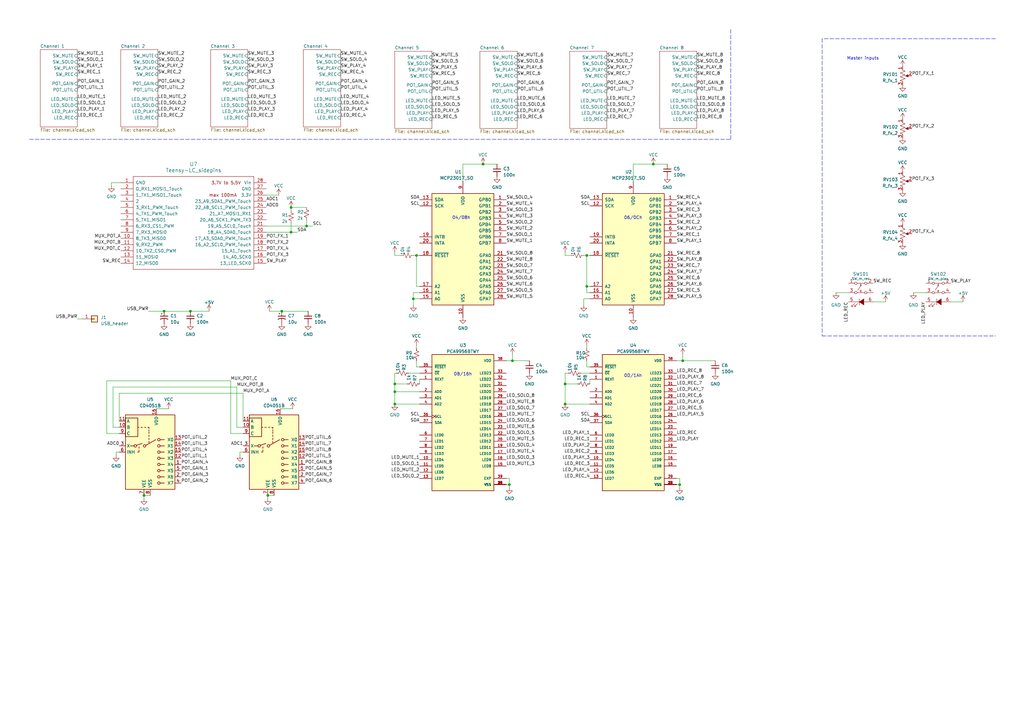
<source format=kicad_sch>
(kicad_sch (version 20210406) (generator eeschema)
  (paper "A3")
  (lib_symbols
    (symbol "Analog_Switch:CD4051B"
      (property "Reference" "U" (at -10.16 16.51 0))
      (property "Value" "CD4051B" (at 3.81 16.51 0))
      (symbol "CD4051B_1_1"
        (pin bidirectional line (at 12.7 -5.08 180) (length 2.54) (name "X4") (number "1"))
        (pin input line (at -12.7 10.16 0) (length 2.54) (name "B") (number "10"))
        (pin input line (at -12.7 12.7 0) (length 2.54) (name "A") (number "11"))
        (pin bidirectional line (at 12.7 -2.54 180) (length 2.54) (name "X3") (number "12"))
        (pin bidirectional line (at 12.7 5.08 180) (length 2.54) (name "X0") (number "13"))
        (pin bidirectional line (at 12.7 2.54 180) (length 2.54) (name "X1") (number "14"))
        (pin bidirectional line (at 12.7 0 180) (length 2.54) (name "X2") (number "15"))
        (pin power_in line (at 2.54 17.78 270) (length 2.54) (name "VDD") (number "16"))
        (pin bidirectional line (at 12.7 -10.16 180) (length 2.54) (name "X6") (number "2"))
        (pin bidirectional line (at -12.7 2.54 0) (length 2.54) (name "X") (number "3"))
        (pin bidirectional line (at 12.7 -12.7 180) (length 2.54) (name "X7") (number "4"))
        (pin bidirectional line (at 12.7 -7.62 180) (length 2.54) (name "X5") (number "5"))
        (pin input line (at -12.7 0 0) (length 2.54) (name "INH") (number "6"))
        (pin power_in line (at -2.54 -17.78 90) (length 2.54) (name "VEE") (number "7"))
        (pin power_in line (at 0 -17.78 90) (length 2.54) (name "VSS") (number "8"))
        (pin input line (at -12.7 7.62 0) (length 2.54) (name "C") (number "9"))
      )
    )
    (symbol "Connector_Generic:Conn_01x01" (pin_names (offset 1.016) hide)
      (property "Reference" "J" (at 0 2.54 0))
      (property "Value" "Conn_01x01" (at 0 -2.54 0))
      (symbol "Conn_01x01_1_1"
        (pin passive line (at -5.08 0 0) (length 3.81) (name "Pin_1") (number "1"))
      )
    )
    (symbol "Device:C_Polarized_Small_US" (pin_numbers hide) (pin_names (offset 0.254) hide)
      (property "Reference" "C" (at 0.254 1.778 0))
      (property "Value" "C_Polarized_Small_US" (at 0.254 -2.032 0))
      (symbol "C_Polarized_Small_US_1_1"
        (pin passive line (at 0 2.54 270) (length 2.032) (name "~") (number "1"))
        (pin passive line (at 0 -2.54 90) (length 2.032) (name "~") (number "2"))
      )
    )
    (symbol "Device:C_Small" (pin_numbers hide) (pin_names (offset 0.254) hide)
      (property "Reference" "C" (at 0.254 1.778 0))
      (property "Value" "C_Small" (at 0.254 -2.032 0))
      (symbol "C_Small_1_1"
        (pin passive line (at 0 2.54 270) (length 2.032) (name "~") (number "1"))
        (pin passive line (at 0 -2.54 90) (length 2.032) (name "~") (number "2"))
      )
    )
    (symbol "Device:R_Potentiometer_US" (pin_names (offset 1.016) hide)
      (property "Reference" "RV" (at -4.445 0 90))
      (property "Value" "R_Potentiometer_US" (at -2.54 0 90))
      (symbol "R_Potentiometer_US_1_1"
        (pin passive line (at 0 3.81 270) (length 1.27) (name "1") (number "1"))
        (pin passive line (at 3.81 0 180) (length 1.27) (name "2") (number "2"))
        (pin passive line (at 0 -3.81 90) (length 1.27) (name "3") (number "3"))
      )
    )
    (symbol "Device:R_Small_US" (pin_numbers hide) (pin_names (offset 0.254) hide)
      (property "Reference" "R" (at 0.762 0.508 0))
      (property "Value" "R_Small_US" (at 0.762 -1.016 0))
      (symbol "R_Small_US_1_1"
        (pin passive line (at 0 2.54 270) (length 1.016) (name "~") (number "1"))
        (pin passive line (at 0 -2.54 90) (length 1.016) (name "~") (number "2"))
      )
    )
    (symbol "Driver_LED:PCA9956BTWY" (pin_names (offset 1.016))
      (property "Reference" "U" (at -12.7 29.21 0))
      (property "Value" "PCA9956BTWY" (at -12.7 -30.48 0))
      (symbol "PCA9956BTWY_0_0"
        (pin input line (at -17.78 17.78 0) (length 5.08) (name "REXT") (number "1"))
        (pin output line (at -17.78 -15.24 0) (length 5.08) (name "LED4") (number "10"))
        (pin output line (at -17.78 -17.78 0) (length 5.08) (name "LED5") (number "11"))
        (pin output line (at -17.78 -20.32 0) (length 5.08) (name "LED6") (number "12"))
        (pin output line (at -17.78 -22.86 0) (length 5.08) (name "LED7") (number "13"))
        (pin power_in line (at 17.78 -25.4 180) (length 5.08) (name "VSS") (number "14"))
        (pin output line (at 17.78 -17.78 180) (length 5.08) (name "LED8") (number "15"))
        (pin output line (at 17.78 -15.24 180) (length 5.08) (name "LED9") (number "16"))
        (pin output line (at 17.78 -12.7 180) (length 5.08) (name "LED10") (number "17"))
        (pin power_in line (at 17.78 -25.4 180) (length 5.08) (name "VSS") (number "18"))
        (pin output line (at 17.78 -10.16 180) (length 5.08) (name "LED11") (number "19"))
        (pin input line (at -17.78 12.7 0) (length 5.08) (name "AD0") (number "2"))
        (pin output line (at 17.78 -7.62 180) (length 5.08) (name "LED12") (number "20"))
        (pin power_in line (at 17.78 -25.4 180) (length 5.08) (name "VSS") (number "21"))
        (pin output line (at 17.78 -5.08 180) (length 5.08) (name "LED13") (number "22"))
        (pin output line (at 17.78 -2.54 180) (length 5.08) (name "LED14") (number "23"))
        (pin output line (at 17.78 0 180) (length 5.08) (name "LED15") (number "24"))
        (pin power_in line (at 17.78 -25.4 180) (length 5.08) (name "VSS") (number "25"))
        (pin output line (at 17.78 2.54 180) (length 5.08) (name "LED16") (number "26"))
        (pin output line (at 17.78 5.08 180) (length 5.08) (name "LED17") (number "27"))
        (pin output line (at 17.78 7.62 180) (length 5.08) (name "LED18") (number "28"))
        (pin output line (at 17.78 10.16 180) (length 5.08) (name "LED19") (number "29"))
        (pin input line (at -17.78 10.16 0) (length 5.08) (name "AD1") (number "3"))
        (pin output line (at 17.78 12.7 180) (length 5.08) (name "LED20") (number "30"))
        (pin output line (at 17.78 15.24 180) (length 5.08) (name "LED21") (number "31"))
        (pin output line (at 17.78 17.78 180) (length 5.08) (name "LED22") (number "32"))
        (pin output line (at 17.78 20.32 180) (length 5.08) (name "LED23") (number "33"))
        (pin power_in line (at 17.78 -25.4 180) (length 5.08) (name "VSS") (number "34"))
        (pin input line (at -17.78 22.86 0) (length 5.08) (name "~RESET") (number "35"))
        (pin input clock (at -17.78 2.54 0) (length 5.08) (name "SCL") (number "36"))
        (pin bidirectional line (at -17.78 0 0) (length 5.08) (name "SDA") (number "37"))
        (pin power_in line (at 17.78 25.4 180) (length 5.08) (name "VDD") (number "38"))
        (pin power_in line (at 17.78 -22.86 180) (length 5.08) (name "EXP") (number "39"))
        (pin input line (at -17.78 7.62 0) (length 5.08) (name "AD2") (number "4"))
        (pin input line (at -17.78 20.32 0) (length 5.08) (name "~OE") (number "5"))
        (pin output line (at -17.78 -5.08 0) (length 5.08) (name "LED0") (number "6"))
        (pin output line (at -17.78 -7.62 0) (length 5.08) (name "LED1") (number "7"))
        (pin output line (at -17.78 -10.16 0) (length 5.08) (name "LED2") (number "8"))
        (pin output line (at -17.78 -12.7 0) (length 5.08) (name "LED3") (number "9"))
      )
    )
    (symbol "Interface_Expansion:MCP23017_SO" (pin_names (offset 1.016))
      (property "Reference" "U" (at -11.43 24.13 0))
      (property "Value" "MCP23017_SO" (at 0 0 0))
      (symbol "MCP23017_SO_1_1"
        (pin bidirectional line (at 17.78 20.32 180) (length 5.08) (name "GPB0") (number "1"))
        (pin power_in line (at 0 -27.94 90) (length 5.08) (name "VSS") (number "10"))
        (pin no_connect line (at -12.7 15.24 0) (length 5.08) hide (name "NC") (number "11"))
        (pin input line (at -17.78 17.78 0) (length 5.08) (name "SCK") (number "12"))
        (pin bidirectional line (at -17.78 20.32 0) (length 5.08) (name "SDA") (number "13"))
        (pin no_connect line (at -12.7 12.7 0) (length 5.08) hide (name "NC") (number "14"))
        (pin input line (at -17.78 -20.32 0) (length 5.08) (name "A0") (number "15"))
        (pin input line (at -17.78 -17.78 0) (length 5.08) (name "A1") (number "16"))
        (pin input line (at -17.78 -15.24 0) (length 5.08) (name "A2") (number "17"))
        (pin input line (at -17.78 -2.54 0) (length 5.08) (name "~RESET~") (number "18"))
        (pin tri_state line (at -17.78 5.08 0) (length 5.08) (name "INTB") (number "19"))
        (pin bidirectional line (at 17.78 17.78 180) (length 5.08) (name "GPB1") (number "2"))
        (pin tri_state line (at -17.78 2.54 0) (length 5.08) (name "INTA") (number "20"))
        (pin bidirectional line (at 17.78 -2.54 180) (length 5.08) (name "GPA0") (number "21"))
        (pin bidirectional line (at 17.78 -5.08 180) (length 5.08) (name "GPA1") (number "22"))
        (pin bidirectional line (at 17.78 -7.62 180) (length 5.08) (name "GPA2") (number "23"))
        (pin bidirectional line (at 17.78 -10.16 180) (length 5.08) (name "GPA3") (number "24"))
        (pin bidirectional line (at 17.78 -12.7 180) (length 5.08) (name "GPA4") (number "25"))
        (pin bidirectional line (at 17.78 -15.24 180) (length 5.08) (name "GPA5") (number "26"))
        (pin bidirectional line (at 17.78 -17.78 180) (length 5.08) (name "GPA6") (number "27"))
        (pin bidirectional line (at 17.78 -20.32 180) (length 5.08) (name "GPA7") (number "28"))
        (pin bidirectional line (at 17.78 15.24 180) (length 5.08) (name "GPB2") (number "3"))
        (pin bidirectional line (at 17.78 12.7 180) (length 5.08) (name "GPB3") (number "4"))
        (pin bidirectional line (at 17.78 10.16 180) (length 5.08) (name "GPB4") (number "5"))
        (pin bidirectional line (at 17.78 7.62 180) (length 5.08) (name "GPB5") (number "6"))
        (pin bidirectional line (at 17.78 5.08 180) (length 5.08) (name "GPB6") (number "7"))
        (pin bidirectional line (at 17.78 2.54 180) (length 5.08) (name "GPB7") (number "8"))
        (pin power_in line (at 0 27.94 270) (length 5.08) (name "VDD") (number "9"))
      )
    )
    (symbol "my_projects_new:SW_LED_6P" (pin_names (offset 1.016) hide)
      (property "Reference" "SW?" (at 0 8.128 0))
      (property "Value" "SW_LED_6P" (at 0 6.096 0))
      (symbol "SW_LED_6P_0_1"
        (pin passive line (at -5.08 3.81 0) (length 2.54) (name "1") (number "1"))
        (pin passive line (at 5.08 3.81 180) (length 2.54) (name "2") (number "2"))
        (pin passive line (at -5.08 0 0) (length 2.54) (name "3") (number "3"))
        (pin passive line (at 5.08 0 180) (length 2.54) (name "4") (number "4"))
        (pin passive line (at -5.08 -3.81 0) (length 2.54) (name "5") (number "5"))
        (pin passive line (at 5.08 -3.81 180) (length 2.54) (name "6") (number "6"))
      )
    )
    (symbol "my_projects_new:Teensy-LC_sidepins" (pin_names (offset 1.016))
      (property "Reference" "U" (at 0 29.21 0))
      (property "Value" "Teensy-LC_sidepins" (at 0 -12.7 0))
      (symbol "Teensy-LC_sidepins_0_0"
        (text "3.7V to 5.5V" (at 13.97 24.13 0) (effects (font (size 1.27 1.27))))
        (text "max 100mA" (at 12.7 19.05 0) (effects (font (size 1.27 1.27))))
      )
      (symbol "Teensy-LC_sidepins_1_1"
        (pin power_in line (at -29.21 24.13 0) (length 5.08) (name "GND") (number "1"))
        (pin bidirectional line (at -29.21 1.27 0) (length 5.08) (name "8_TX3_MISO0") (number "10"))
        (pin bidirectional line (at -29.21 -1.27 0) (length 5.08) (name "9_RX2_PWM") (number "11"))
        (pin bidirectional line (at -29.21 -3.81 0) (length 5.08) (name "10_TX2_CS0_PWM") (number "12"))
        (pin bidirectional line (at -29.21 -6.35 0) (length 5.08) (name "11_MOSI0") (number "13"))
        (pin bidirectional line (at -29.21 -8.89 0) (length 5.08) (name "12_MISO0") (number "14"))
        (pin bidirectional line (at 30.48 -8.89 180) (length 5.08) (name "13_LED_SCK0") (number "15"))
        (pin bidirectional line (at 30.48 -6.35 180) (length 5.08) (name "14_A0_SCK0") (number "16"))
        (pin bidirectional line (at 30.48 -3.81 180) (length 5.08) (name "15_A1_Touch") (number "17"))
        (pin bidirectional line (at 30.48 -1.27 180) (length 5.08) (name "16_A2_SCL0_PWM_Touch") (number "18"))
        (pin bidirectional line (at 30.48 1.27 180) (length 5.08) (name "17_A3_SDA0_PWM_Touch") (number "19"))
        (pin bidirectional line (at -29.21 21.59 0) (length 5.08) (name "0_RX1_MOSI1_Touch") (number "2"))
        (pin bidirectional line (at 30.48 3.81 180) (length 5.08) (name "18_A4_SDA0_Touch") (number "20"))
        (pin bidirectional line (at 30.48 6.35 180) (length 5.08) (name "19_A5_SCL0_Touch") (number "21"))
        (pin bidirectional line (at 30.48 8.89 180) (length 5.08) (name "20_A6_SCK1_PWM_TX3") (number "22"))
        (pin bidirectional line (at 30.48 11.43 180) (length 5.08) (name "21_A7_MOSI1_RX1") (number "23"))
        (pin bidirectional line (at 30.48 13.97 180) (length 5.08) (name "22_A8_SCL1_PWM_Touch") (number "24"))
        (pin bidirectional line (at 30.48 16.51 180) (length 5.08) (name "23_A9_SDA1_PWM_Touch") (number "25"))
        (pin power_out line (at 30.48 19.05 180) (length 5.08) (name "3.3V") (number "26"))
        (pin power_in line (at 30.48 21.59 180) (length 5.08) (name "GND") (number "27"))
        (pin power_in line (at 30.48 24.13 180) (length 5.08) (name "Vin") (number "28"))
        (pin bidirectional line (at -29.21 19.05 0) (length 5.08) (name "1_TX1_MISO1_Touch") (number "3"))
        (pin bidirectional line (at -29.21 16.51 0) (length 5.08) (name "2") (number "4"))
        (pin bidirectional line (at -29.21 13.97 0) (length 5.08) (name "3_RX1_PWM_Touch") (number "5"))
        (pin bidirectional line (at -29.21 11.43 0) (length 5.08) (name "4_TX1_PWM_Touch") (number "6"))
        (pin bidirectional line (at -29.21 8.89 0) (length 5.08) (name "5_TX1_MISO1") (number "7"))
        (pin bidirectional line (at -29.21 6.35 0) (length 5.08) (name "6_RX3_CS1_PWM") (number "8"))
        (pin bidirectional line (at -29.21 3.81 0) (length 5.08) (name "7_RX3_MOSI0") (number "9"))
      )
    )
    (symbol "power:+5V" (power) (pin_names (offset 0))
      (property "Value" "+5V" (at 0 3.556 0))
      (symbol "+5V_1_1"
        (pin power_in line (at 0 0 90) (length 0) hide (name "+5V") (number "1"))
      )
    )
    (symbol "power:GND" (power) (pin_names (offset 0))
      (property "Value" "GND" (at 0 -3.81 0))
      (symbol "GND_1_1"
        (pin power_in line (at 0 0 270) (length 0) hide (name "GND") (number "1"))
      )
    )
    (symbol "power:VCC" (power) (pin_names (offset 0))
      (property "Value" "VCC" (at 0 3.81 0))
      (symbol "VCC_1_1"
        (pin power_in line (at 0 0 90) (length 0) hide (name "VCC") (number "1"))
      )
    )
  )
  (junction (at 59.055 203.2) (diameter 0.9144))
  (junction (at 67.31 127.635) (diameter 0.9144))
  (junction (at 78.105 127.635) (diameter 0.9144))
  (junction (at 109.855 203.2) (diameter 0.9144))
  (junction (at 115.57 127.635) (diameter 0.9144))
  (junction (at 119.38 85.09) (diameter 0.9144))
  (junction (at 119.38 95.25) (diameter 0.9144))
  (junction (at 125.73 92.71) (diameter 0.9144))
  (junction (at 161.925 157.48) (diameter 0.9144))
  (junction (at 161.925 160.655) (diameter 0.9144))
  (junction (at 161.925 165.735) (diameter 0.9144))
  (junction (at 169.545 122.555) (diameter 0.9144))
  (junction (at 170.815 104.775) (diameter 0.9144))
  (junction (at 198.12 67.31) (diameter 0.9144))
  (junction (at 208.915 198.755) (diameter 0.9144))
  (junction (at 210.185 147.955) (diameter 0.9144))
  (junction (at 231.775 157.48) (diameter 0.9144))
  (junction (at 231.775 165.735) (diameter 0.9144))
  (junction (at 240.665 104.775) (diameter 0.9144))
  (junction (at 240.665 117.475) (diameter 0.9144))
  (junction (at 267.97 67.31) (diameter 0.9144))
  (junction (at 278.765 198.755) (diameter 0.9144))
  (junction (at 280.035 147.955) (diameter 0.9144))
  (wire (pts (xy 31.75 130.81) (xy 33.655 130.81)))
  (wire (pts (xy 43.815 156.21) (xy 43.815 177.8)))
  (wire (pts (xy 43.815 177.8) (xy 48.895 177.8)))
  (wire (pts (xy 45.72 74.93) (xy 45.72 76.2)))
  (wire (pts (xy 45.72 74.93) (xy 49.53 74.93)))
  (wire (pts (xy 46.355 158.75) (xy 97.155 158.75)))
  (wire (pts (xy 46.355 175.26) (xy 46.355 158.75)))
  (wire (pts (xy 47.625 185.42) (xy 47.625 186.69)))
  (wire (pts (xy 48.895 161.29) (xy 48.895 172.72)))
  (wire (pts (xy 48.895 175.26) (xy 46.355 175.26)))
  (wire (pts (xy 48.895 185.42) (xy 47.625 185.42)))
  (wire (pts (xy 59.055 203.2) (xy 59.055 204.47)))
  (wire (pts (xy 59.055 203.2) (xy 61.595 203.2)))
  (wire (pts (xy 60.96 127.635) (xy 67.31 127.635)))
  (wire (pts (xy 64.135 167.64) (xy 69.215 167.64)))
  (wire (pts (xy 67.31 127.635) (xy 78.105 127.635)))
  (wire (pts (xy 78.105 127.635) (xy 85.725 127.635)))
  (wire (pts (xy 94.615 156.21) (xy 43.815 156.21)))
  (wire (pts (xy 94.615 177.8) (xy 94.615 156.21)))
  (wire (pts (xy 97.155 158.75) (xy 97.155 175.26)))
  (wire (pts (xy 97.155 175.26) (xy 99.695 175.26)))
  (wire (pts (xy 98.425 185.42) (xy 98.425 186.69)))
  (wire (pts (xy 99.695 161.29) (xy 48.895 161.29)))
  (wire (pts (xy 99.695 172.72) (xy 99.695 161.29)))
  (wire (pts (xy 99.695 177.8) (xy 94.615 177.8)))
  (wire (pts (xy 99.695 185.42) (xy 98.425 185.42)))
  (wire (pts (xy 109.22 80.01) (xy 114.3 80.01)))
  (wire (pts (xy 109.22 92.71) (xy 125.73 92.71)))
  (wire (pts (xy 109.22 95.25) (xy 119.38 95.25)))
  (wire (pts (xy 109.855 203.2) (xy 109.855 204.47)))
  (wire (pts (xy 109.855 203.2) (xy 112.395 203.2)))
  (wire (pts (xy 110.49 127.635) (xy 115.57 127.635)))
  (wire (pts (xy 114.935 167.64) (xy 120.015 167.64)))
  (wire (pts (xy 115.57 127.635) (xy 126.365 127.635)))
  (wire (pts (xy 119.38 85.09) (xy 119.38 86.36)))
  (wire (pts (xy 119.38 85.09) (xy 125.73 85.09)))
  (wire (pts (xy 119.38 91.44) (xy 119.38 95.25)))
  (wire (pts (xy 119.38 95.25) (xy 121.92 95.25)))
  (wire (pts (xy 125.73 90.17) (xy 125.73 92.71)))
  (wire (pts (xy 125.73 92.71) (xy 128.27 92.71)))
  (wire (pts (xy 161.925 104.775) (xy 161.925 103.505)))
  (wire (pts (xy 161.925 153.035) (xy 161.925 157.48)))
  (wire (pts (xy 161.925 157.48) (xy 161.925 160.655)))
  (wire (pts (xy 161.925 157.48) (xy 167.005 157.48)))
  (wire (pts (xy 161.925 160.655) (xy 172.085 160.655)))
  (wire (pts (xy 161.925 165.735) (xy 161.925 160.655)))
  (wire (pts (xy 161.925 165.735) (xy 172.085 165.735)))
  (wire (pts (xy 162.56 153.035) (xy 161.925 153.035)))
  (wire (pts (xy 164.465 104.775) (xy 161.925 104.775)))
  (wire (pts (xy 167.64 153.035) (xy 172.085 153.035)))
  (wire (pts (xy 169.545 104.775) (xy 170.815 104.775)))
  (wire (pts (xy 169.545 120.015) (xy 169.545 122.555)))
  (wire (pts (xy 169.545 120.015) (xy 172.085 120.015)))
  (wire (pts (xy 169.545 122.555) (xy 169.545 125.095)))
  (wire (pts (xy 170.815 104.775) (xy 172.085 104.775)))
  (wire (pts (xy 170.815 117.475) (xy 170.815 104.775)))
  (wire (pts (xy 170.815 141.605) (xy 170.815 142.875)))
  (wire (pts (xy 170.815 150.495) (xy 170.815 147.955)))
  (wire (pts (xy 172.085 117.475) (xy 170.815 117.475)))
  (wire (pts (xy 172.085 122.555) (xy 169.545 122.555)))
  (wire (pts (xy 172.085 150.495) (xy 170.815 150.495)))
  (wire (pts (xy 172.085 155.575) (xy 172.085 157.48)))
  (wire (pts (xy 189.865 67.31) (xy 198.12 67.31)))
  (wire (pts (xy 189.865 74.295) (xy 189.865 67.31)))
  (wire (pts (xy 198.12 67.31) (xy 203.835 67.31)))
  (wire (pts (xy 207.645 196.215) (xy 208.915 196.215)))
  (wire (pts (xy 207.645 198.755) (xy 208.915 198.755)))
  (wire (pts (xy 208.915 196.215) (xy 208.915 198.755)))
  (wire (pts (xy 208.915 198.755) (xy 208.915 200.025)))
  (wire (pts (xy 210.185 145.415) (xy 210.185 147.955)))
  (wire (pts (xy 210.185 147.955) (xy 207.645 147.955)))
  (wire (pts (xy 210.185 147.955) (xy 217.17 147.955)))
  (wire (pts (xy 231.775 104.775) (xy 231.775 103.505)))
  (wire (pts (xy 231.775 104.775) (xy 234.315 104.775)))
  (wire (pts (xy 231.775 153.035) (xy 231.775 157.48)))
  (wire (pts (xy 231.775 157.48) (xy 231.775 165.735)))
  (wire (pts (xy 231.775 157.48) (xy 236.855 157.48)))
  (wire (pts (xy 231.775 165.735) (xy 241.935 165.735)))
  (wire (pts (xy 233.045 153.035) (xy 231.775 153.035)))
  (wire (pts (xy 238.125 153.035) (xy 241.935 153.035)))
  (wire (pts (xy 239.395 104.775) (xy 240.665 104.775)))
  (wire (pts (xy 239.395 122.555) (xy 239.395 125.095)))
  (wire (pts (xy 240.665 104.775) (xy 240.665 117.475)))
  (wire (pts (xy 240.665 104.775) (xy 241.935 104.775)))
  (wire (pts (xy 240.665 120.015) (xy 240.665 117.475)))
  (wire (pts (xy 240.665 141.605) (xy 240.665 142.875)))
  (wire (pts (xy 240.665 150.495) (xy 240.665 147.955)))
  (wire (pts (xy 241.935 117.475) (xy 240.665 117.475)))
  (wire (pts (xy 241.935 120.015) (xy 240.665 120.015)))
  (wire (pts (xy 241.935 122.555) (xy 239.395 122.555)))
  (wire (pts (xy 241.935 150.495) (xy 240.665 150.495)))
  (wire (pts (xy 241.935 155.575) (xy 241.935 157.48)))
  (wire (pts (xy 259.715 67.31) (xy 259.715 74.295)))
  (wire (pts (xy 267.97 67.31) (xy 259.715 67.31)))
  (wire (pts (xy 267.97 67.31) (xy 273.685 67.31)))
  (wire (pts (xy 277.495 196.215) (xy 278.765 196.215)))
  (wire (pts (xy 277.495 198.755) (xy 278.765 198.755)))
  (wire (pts (xy 278.765 196.215) (xy 278.765 198.755)))
  (wire (pts (xy 278.765 198.755) (xy 278.765 200.025)))
  (wire (pts (xy 280.035 145.415) (xy 280.035 147.955)))
  (wire (pts (xy 280.035 147.955) (xy 277.495 147.955)))
  (wire (pts (xy 280.035 147.955) (xy 293.37 147.955)))
  (wire (pts (xy 342.9 120.015) (xy 347.98 120.015)))
  (wire (pts (xy 358.14 123.825) (xy 363.22 123.825)))
  (wire (pts (xy 374.65 120.015) (xy 379.73 120.015)))
  (wire (pts (xy 389.89 123.825) (xy 394.97 123.825)))
  (polyline (pts (xy 12.065 57.15) (xy 299.72 57.15)) (stroke (width 0) (type dash)))
  (polyline (pts (xy 299.72 12.065) (xy 299.72 57.15)) (stroke (width 0) (type dash)))
  (polyline (pts (xy 337.185 15.875) (xy 337.185 137.795)) (stroke (width 0) (type dash)))
  (polyline (pts (xy 337.185 137.795) (xy 408.305 137.795)) (stroke (width 0) (type dash)))
  (polyline (pts (xy 408.305 15.875) (xy 337.185 15.875)) (stroke (width 0) (type dash)))
  (text "04/08h" (at 185.42 90.17 0) (effects (font (size 1.27 1.27)) (justify left bottom)))
  (text "0B/16h" (at 186.055 154.305 0) (effects (font (size 1.27 1.27)) (justify left bottom)))
  (text "06/0Ch" (at 255.905 90.17 0) (effects (font (size 1.27 1.27)) (justify left bottom)))
  (text "0D/1Ah" (at 255.905 154.94 0) (effects (font (size 1.27 1.27)) (justify left bottom)))
  (text "Master inputs" (at 347.345 24.765 0) (effects (font (size 1.27 1.27)) (justify left bottom)))
  (label "SW_MUTE_1" (at 31.75 22.86 0))
  (label "SW_SOLO_1" (at 31.75 25.4 0))
  (label "SW_PLAY_1" (at 31.75 27.94 0))
  (label "SW_REC_1" (at 31.75 30.48 0))
  (label "POT_GAIN_1" (at 31.75 34.29 0))
  (label "POT_UTIL_1" (at 31.75 36.83 0))
  (label "LED_MUTE_1" (at 31.75 40.64 0))
  (label "LED_SOLO_1" (at 31.75 43.18 0))
  (label "LED_PLAY_1" (at 31.75 45.72 0))
  (label "LED_REC_1" (at 31.75 48.26 0))
  (label "USB_PWR" (at 31.75 130.81 180))
  (label "ADC0" (at 48.895 182.88 180))
  (label "MUX_POT_A" (at 49.53 97.79 180))
  (label "MUX_POT_B" (at 49.53 100.33 180))
  (label "MUX_POT_C" (at 49.53 102.87 180))
  (label "SW_REC" (at 49.53 107.95 180))
  (label "USB_PWR" (at 60.96 127.635 180))
  (label "SW_MUTE_2" (at 64.77 22.86 0))
  (label "SW_SOLO_2" (at 64.77 25.4 0))
  (label "SW_PLAY_2" (at 64.77 27.94 0))
  (label "SW_REC_2" (at 64.77 30.48 0))
  (label "POT_GAIN_2" (at 64.77 34.29 0))
  (label "POT_UTIL_2" (at 64.77 36.83 0))
  (label "LED_MUTE_2" (at 64.77 40.64 0))
  (label "LED_SOLO_2" (at 64.77 43.18 0))
  (label "LED_PLAY_2" (at 64.77 45.72 0))
  (label "LED_REC_2" (at 64.77 48.26 0))
  (label "POT_UTIL_2" (at 74.295 180.34 0))
  (label "POT_UTIL_3" (at 74.295 182.88 0))
  (label "POT_UTIL_4" (at 74.295 185.42 0))
  (label "POT_UTIL_1" (at 74.295 187.96 0))
  (label "POT_GAIN_4" (at 74.295 190.5 0))
  (label "POT_GAIN_1" (at 74.295 193.04 0))
  (label "POT_GAIN_3" (at 74.295 195.58 0))
  (label "POT_GAIN_2" (at 74.295 198.12 0))
  (label "MUX_POT_C" (at 94.615 156.21 0))
  (label "MUX_POT_B" (at 97.155 158.75 0))
  (label "MUX_POT_A" (at 99.695 161.29 0))
  (label "ADC1" (at 99.695 182.88 180))
  (label "SW_MUTE_3" (at 101.6 22.86 0))
  (label "SW_SOLO_3" (at 101.6 25.4 0))
  (label "SW_PLAY_3" (at 101.6 27.94 0))
  (label "SW_REC_3" (at 101.6 30.48 0))
  (label "POT_GAIN_3" (at 101.6 34.29 0))
  (label "POT_UTIL_3" (at 101.6 36.83 0))
  (label "LED_MUTE_3" (at 101.6 40.64 0))
  (label "LED_SOLO_3" (at 101.6 43.18 0))
  (label "LED_PLAY_3" (at 101.6 45.72 0))
  (label "LED_REC_3" (at 101.6 48.26 0))
  (label "ADC1" (at 109.22 82.55 0))
  (label "ADC0" (at 109.22 85.09 0))
  (label "POT_FX_1" (at 109.22 97.79 0))
  (label "POT_FX_2" (at 109.22 100.33 0))
  (label "POT_FX_4" (at 109.22 102.87 0))
  (label "POT_FX_3" (at 109.22 105.41 0))
  (label "SW_PLAY" (at 109.22 107.95 0))
  (label "SDA" (at 121.92 95.25 0))
  (label "POT_UTIL_6" (at 125.095 180.34 0))
  (label "POT_UTIL_7" (at 125.095 182.88 0))
  (label "POT_UTIL_8" (at 125.095 185.42 0))
  (label "POT_UTIL_5" (at 125.095 187.96 0))
  (label "POT_GAIN_8" (at 125.095 190.5 0))
  (label "POT_GAIN_5" (at 125.095 193.04 0))
  (label "POT_GAIN_7" (at 125.095 195.58 0))
  (label "POT_GAIN_6" (at 125.095 198.12 0))
  (label "SCL" (at 128.27 92.71 0))
  (label "SW_MUTE_4" (at 139.7 22.86 0))
  (label "SW_SOLO_4" (at 139.7 25.4 0))
  (label "SW_PLAY_4" (at 139.7 27.94 0))
  (label "SW_REC_4" (at 139.7 30.48 0))
  (label "POT_GAIN_4" (at 139.7 34.29 0))
  (label "POT_UTIL_4" (at 139.7 36.83 0))
  (label "LED_MUTE_4" (at 139.7 40.64 0))
  (label "LED_SOLO_4" (at 139.7 43.18 0))
  (label "LED_PLAY_4" (at 139.7 45.72 0))
  (label "LED_REC_4" (at 139.7 48.26 0))
  (label "SDA" (at 172.085 81.915 180))
  (label "SCL" (at 172.085 84.455 180))
  (label "SCL" (at 172.085 170.815 180))
  (label "SDA" (at 172.085 173.355 180))
  (label "LED_MUTE_1" (at 172.085 188.595 180))
  (label "LED_SOLO_1" (at 172.085 191.135 180))
  (label "LED_MUTE_2" (at 172.085 193.675 180))
  (label "LED_SOLO_2" (at 172.085 196.215 180))
  (label "SW_MUTE_5" (at 177.165 23.495 0))
  (label "SW_SOLO_5" (at 177.165 26.035 0))
  (label "SW_PLAY_5" (at 177.165 28.575 0))
  (label "SW_REC_5" (at 177.165 31.115 0))
  (label "POT_GAIN_5" (at 177.165 34.925 0))
  (label "POT_UTIL_5" (at 177.165 37.465 0))
  (label "LED_MUTE_5" (at 177.165 41.275 0))
  (label "LED_SOLO_5" (at 177.165 43.815 0))
  (label "LED_PLAY_5" (at 177.165 46.355 0))
  (label "LED_REC_5" (at 177.165 48.895 0))
  (label "SW_SOLO_4" (at 207.645 81.915 0))
  (label "SW_MUTE_4" (at 207.645 84.455 0))
  (label "SW_SOLO_3" (at 207.645 86.995 0))
  (label "SW_MUTE_3" (at 207.645 89.535 0))
  (label "SW_SOLO_2" (at 207.645 92.075 0))
  (label "SW_MUTE_2" (at 207.645 94.615 0))
  (label "SW_SOLO_1" (at 207.645 97.155 0))
  (label "SW_MUTE_1" (at 207.645 99.695 0))
  (label "SW_SOLO_8" (at 207.645 104.775 0))
  (label "SW_MUTE_8" (at 207.645 107.315 0))
  (label "SW_SOLO_7" (at 207.645 109.855 0))
  (label "SW_MUTE_7" (at 207.645 112.395 0))
  (label "SW_SOLO_6" (at 207.645 114.935 0))
  (label "SW_MUTE_6" (at 207.645 117.475 0))
  (label "SW_SOLO_5" (at 207.645 120.015 0))
  (label "SW_MUTE_5" (at 207.645 122.555 0))
  (label "LED_SOLO_8" (at 207.645 163.195 0))
  (label "LED_MUTE_8" (at 207.645 165.735 0))
  (label "LED_SOLO_7" (at 207.645 168.275 0))
  (label "LED_MUTE_7" (at 207.645 170.815 0))
  (label "LED_SOLO_6" (at 207.645 173.355 0))
  (label "LED_MUTE_6" (at 207.645 175.895 0))
  (label "LED_SOLO_5" (at 207.645 178.435 0))
  (label "LED_MUTE_5" (at 207.645 180.975 0))
  (label "LED_SOLO_4" (at 207.645 183.515 0))
  (label "LED_MUTE_4" (at 207.645 186.055 0))
  (label "LED_SOLO_3" (at 207.645 188.595 0))
  (label "LED_MUTE_3" (at 207.645 191.135 0))
  (label "SW_MUTE_6" (at 212.09 23.495 0))
  (label "SW_SOLO_6" (at 212.09 26.035 0))
  (label "SW_PLAY_6" (at 212.09 28.575 0))
  (label "SW_REC_6" (at 212.09 31.115 0))
  (label "POT_GAIN_6" (at 212.09 34.925 0))
  (label "POT_UTIL_6" (at 212.09 37.465 0))
  (label "LED_MUTE_6" (at 212.09 41.275 0))
  (label "LED_SOLO_6" (at 212.09 43.815 0))
  (label "LED_PLAY_6" (at 212.09 46.355 0))
  (label "LED_REC_6" (at 212.09 48.895 0))
  (label "SDA" (at 241.935 81.915 180))
  (label "SCL" (at 241.935 84.455 180))
  (label "SCL" (at 241.935 170.815 180))
  (label "SDA" (at 241.935 173.355 180))
  (label "LED_PLAY_1" (at 241.935 178.435 180))
  (label "LED_REC_1" (at 241.935 180.975 180))
  (label "LED_PLAY_2" (at 241.935 183.515 180))
  (label "LED_REC_2" (at 241.935 186.055 180))
  (label "LED_PLAY_3" (at 241.935 188.595 180))
  (label "LED_REC_3" (at 241.935 191.135 180))
  (label "LED_PLAY_4" (at 241.935 193.675 180))
  (label "LED_REC_4" (at 241.935 196.215 180))
  (label "SW_MUTE_7" (at 248.92 23.495 0))
  (label "SW_SOLO_7" (at 248.92 26.035 0))
  (label "SW_PLAY_7" (at 248.92 28.575 0))
  (label "SW_REC_7" (at 248.92 31.115 0))
  (label "POT_GAIN_7" (at 248.92 34.925 0))
  (label "POT_UTIL_7" (at 248.92 37.465 0))
  (label "LED_MUTE_7" (at 248.92 41.275 0))
  (label "LED_SOLO_7" (at 248.92 43.815 0))
  (label "LED_PLAY_7" (at 248.92 46.355 0))
  (label "LED_REC_7" (at 248.92 48.895 0))
  (label "SW_REC_4" (at 277.495 81.915 0))
  (label "SW_PLAY_4" (at 277.495 84.455 0))
  (label "SW_REC_3" (at 277.495 86.995 0))
  (label "SW_PLAY_3" (at 277.495 89.535 0))
  (label "SW_REC_2" (at 277.495 92.075 0))
  (label "SW_PLAY_2" (at 277.495 94.615 0))
  (label "SW_REC_1" (at 277.495 97.155 0))
  (label "SW_PLAY_1" (at 277.495 99.695 0))
  (label "SW_REC_8" (at 277.495 104.775 0))
  (label "SW_PLAY_8" (at 277.495 107.315 0))
  (label "SW_REC_7" (at 277.495 109.855 0))
  (label "SW_PLAY_7" (at 277.495 112.395 0))
  (label "SW_REC_6" (at 277.495 114.935 0))
  (label "SW_PLAY_6" (at 277.495 117.475 0))
  (label "SW_REC_5" (at 277.495 120.015 0))
  (label "SW_PLAY_5" (at 277.495 122.555 0))
  (label "LED_REC_8" (at 277.495 153.035 0))
  (label "LED_PLAY_8" (at 277.495 155.575 0))
  (label "LED_REC_7" (at 277.495 158.115 0))
  (label "LED_PLAY_7" (at 277.495 160.655 0))
  (label "LED_REC_6" (at 277.495 163.195 0))
  (label "LED_PLAY_6" (at 277.495 165.735 0))
  (label "LED_REC_5" (at 277.495 168.275 0))
  (label "LED_PLAY_5" (at 277.495 170.815 0))
  (label "LED_REC" (at 277.495 178.435 0))
  (label "LED_PLAY" (at 277.495 180.975 0))
  (label "SW_MUTE_8" (at 285.75 23.495 0))
  (label "SW_SOLO_8" (at 285.75 26.035 0))
  (label "SW_PLAY_8" (at 285.75 28.575 0))
  (label "SW_REC_8" (at 285.75 31.115 0))
  (label "POT_GAIN_8" (at 285.75 34.925 0))
  (label "POT_UTIL_8" (at 285.75 37.465 0))
  (label "LED_MUTE_8" (at 285.75 41.275 0))
  (label "LED_SOLO_8" (at 285.75 43.815 0))
  (label "LED_PLAY_8" (at 285.75 46.355 0))
  (label "LED_REC_8" (at 285.75 48.895 0))
  (label "LED_REC" (at 347.98 123.825 270))
  (label "SW_REC" (at 358.14 116.205 0))
  (label "POT_FX_1" (at 374.015 31.115 0))
  (label "POT_FX_2" (at 374.015 52.705 0))
  (label "POT_FX_3" (at 374.015 74.295 0))
  (label "POT_FX_4" (at 374.015 95.885 0))
  (label "LED_PLAY" (at 379.73 123.825 270))
  (label "SW_PLAY" (at 389.89 116.205 0))
  (symbol (lib_id "power:VCC") (at 69.215 167.64 0) (unit 1)
    (property "Reference" "#PWR0109" (effects hide))
    (property "Value" "VCC" (at 69.215 163.83 0))
  )
  (symbol (lib_id "power:+5V") (at 85.725 127.635 0) (unit 1)
    (property "Reference" "#PWR0110" (effects hide))
    (property "Value" "+5V" (at 85.725 124.079 0))
  )
  (symbol (lib_id "power:VCC") (at 110.49 127.635 0) (unit 1)
    (property "Reference" "#PWR0231" (effects hide))
    (property "Value" "VCC" (at 110.49 123.825 0))
  )
  (symbol (lib_id "power:VCC") (at 114.3 80.01 0) (unit 1)
    (property "Reference" "#PWR0107" (effects hide))
    (property "Value" "VCC" (at 114.3 76.2 0))
  )
  (symbol (lib_id "power:VCC") (at 119.38 85.09 0) (unit 1)
    (property "Reference" "#PWR0106" (effects hide))
    (property "Value" "VCC" (at 119.38 81.28 0))
  )
  (symbol (lib_id "power:VCC") (at 120.015 167.64 0) (unit 1)
    (property "Reference" "#PWR0116" (effects hide))
    (property "Value" "VCC" (at 120.015 163.83 0))
  )
  (symbol (lib_id "power:VCC") (at 161.925 103.505 0) (unit 1)
    (property "Reference" "#PWR0140" (effects hide))
    (property "Value" "VCC" (at 161.925 99.695 0))
  )
  (symbol (lib_id "power:VCC") (at 170.815 141.605 0) (unit 1)
    (property "Reference" "#PWR0133" (effects hide))
    (property "Value" "VCC" (at 170.815 137.795 0))
  )
  (symbol (lib_id "power:VCC") (at 198.12 67.31 0) (unit 1)
    (property "Reference" "#PWR0104" (effects hide))
    (property "Value" "VCC" (at 198.12 63.5 0))
  )
  (symbol (lib_id "power:VCC") (at 210.185 145.415 0) (unit 1)
    (property "Reference" "#PWR0103" (effects hide))
    (property "Value" "VCC" (at 210.185 141.605 0))
  )
  (symbol (lib_id "power:VCC") (at 231.775 103.505 0) (unit 1)
    (property "Reference" "#PWR0134" (effects hide))
    (property "Value" "VCC" (at 231.775 99.695 0))
  )
  (symbol (lib_id "power:VCC") (at 240.665 141.605 0) (unit 1)
    (property "Reference" "#PWR0131" (effects hide))
    (property "Value" "VCC" (at 240.665 137.795 0))
  )
  (symbol (lib_id "power:VCC") (at 267.97 67.31 0) (unit 1)
    (property "Reference" "#PWR0120" (effects hide))
    (property "Value" "VCC" (at 267.97 63.5 0))
  )
  (symbol (lib_id "power:VCC") (at 280.035 145.415 0) (unit 1)
    (property "Reference" "#PWR0111" (effects hide))
    (property "Value" "VCC" (at 280.035 141.605 0))
  )
  (symbol (lib_id "power:+5V") (at 363.22 123.825 0) (unit 1)
    (property "Reference" "#PWR0146" (effects hide))
    (property "Value" "+5V" (at 363.22 120.269 0))
  )
  (symbol (lib_id "power:VCC") (at 370.205 27.305 0) (unit 1)
    (property "Reference" "#PWR0127" (effects hide))
    (property "Value" "VCC" (at 370.205 23.495 0))
  )
  (symbol (lib_id "power:VCC") (at 370.205 48.895 0) (unit 1)
    (property "Reference" "#PWR0122" (effects hide))
    (property "Value" "VCC" (at 370.205 45.085 0))
  )
  (symbol (lib_id "power:VCC") (at 370.205 70.485 0) (unit 1)
    (property "Reference" "#PWR0124" (effects hide))
    (property "Value" "VCC" (at 370.205 66.675 0))
  )
  (symbol (lib_id "power:VCC") (at 370.205 92.075 0) (unit 1)
    (property "Reference" "#PWR0113" (effects hide))
    (property "Value" "VCC" (at 370.205 88.265 0))
  )
  (symbol (lib_id "power:+5V") (at 394.97 123.825 0) (unit 1)
    (property "Reference" "#PWR0128" (effects hide))
    (property "Value" "+5V" (at 394.97 120.269 0))
  )
  (symbol (lib_id "power:GND") (at 45.72 76.2 0) (unit 1)
    (property "Reference" "#PWR0121" (effects hide))
    (property "Value" "GND" (at 45.72 80.645 0))
  )
  (symbol (lib_id "power:GND") (at 47.625 186.69 0) (unit 1)
    (property "Reference" "#PWR0114" (effects hide))
    (property "Value" "GND" (at 47.625 191.135 0))
  )
  (symbol (lib_id "power:GND") (at 59.055 204.47 0) (unit 1)
    (property "Reference" "#PWR0115" (effects hide))
    (property "Value" "GND" (at 59.055 208.915 0))
  )
  (symbol (lib_id "power:GND") (at 67.31 132.715 0) (unit 1)
    (property "Reference" "#PWR0176" (effects hide))
    (property "Value" "GND" (at 67.31 137.16 0))
  )
  (symbol (lib_id "power:GND") (at 78.105 132.715 0) (unit 1)
    (property "Reference" "#PWR0147" (effects hide))
    (property "Value" "GND" (at 78.105 137.16 0))
  )
  (symbol (lib_id "power:GND") (at 98.425 186.69 0) (unit 1)
    (property "Reference" "#PWR0118" (effects hide))
    (property "Value" "GND" (at 98.425 191.135 0))
  )
  (symbol (lib_id "power:GND") (at 109.855 204.47 0) (unit 1)
    (property "Reference" "#PWR0117" (effects hide))
    (property "Value" "GND" (at 109.855 208.915 0))
  )
  (symbol (lib_id "power:GND") (at 115.57 132.715 0) (unit 1)
    (property "Reference" "#PWR0229" (effects hide))
    (property "Value" "GND" (at 115.57 137.16 0))
  )
  (symbol (lib_id "power:GND") (at 126.365 132.715 0) (unit 1)
    (property "Reference" "#PWR0230" (effects hide))
    (property "Value" "GND" (at 126.365 137.16 0))
  )
  (symbol (lib_id "power:GND") (at 161.925 165.735 0) (unit 1)
    (property "Reference" "#PWR0101" (effects hide))
    (property "Value" "GND" (at 161.925 170.18 0))
  )
  (symbol (lib_id "power:GND") (at 169.545 125.095 0) (unit 1)
    (property "Reference" "#PWR0137" (effects hide))
    (property "Value" "GND" (at 169.545 129.54 0))
  )
  (symbol (lib_id "power:GND") (at 189.865 130.175 0) (unit 1)
    (property "Reference" "#PWR0105" (effects hide))
    (property "Value" "GND" (at 189.865 134.62 0))
  )
  (symbol (lib_id "power:GND") (at 203.835 72.39 0) (unit 1)
    (property "Reference" "#PWR0228" (effects hide))
    (property "Value" "GND" (at 203.835 76.835 0))
  )
  (symbol (lib_id "power:GND") (at 208.915 200.025 0) (unit 1)
    (property "Reference" "#PWR0108" (effects hide))
    (property "Value" "GND" (at 208.915 204.47 0))
  )
  (symbol (lib_id "power:GND") (at 217.17 153.035 0) (unit 1)
    (property "Reference" "#PWR0225" (effects hide))
    (property "Value" "GND" (at 217.17 157.48 0))
  )
  (symbol (lib_id "power:GND") (at 231.775 165.735 0) (unit 1)
    (property "Reference" "#PWR0132" (effects hide))
    (property "Value" "GND" (at 231.775 170.18 0))
  )
  (symbol (lib_id "power:GND") (at 239.395 125.095 0) (unit 1)
    (property "Reference" "#PWR0138" (effects hide))
    (property "Value" "GND" (at 239.395 129.54 0))
  )
  (symbol (lib_id "power:GND") (at 259.715 130.175 0) (unit 1)
    (property "Reference" "#PWR0119" (effects hide))
    (property "Value" "GND" (at 259.715 134.62 0))
  )
  (symbol (lib_id "power:GND") (at 273.685 72.39 0) (unit 1)
    (property "Reference" "#PWR0227" (effects hide))
    (property "Value" "GND" (at 273.685 76.835 0))
  )
  (symbol (lib_id "power:GND") (at 278.765 200.025 0) (unit 1)
    (property "Reference" "#PWR0102" (effects hide))
    (property "Value" "GND" (at 278.765 204.47 0))
  )
  (symbol (lib_id "power:GND") (at 293.37 153.035 0) (unit 1)
    (property "Reference" "#PWR0226" (effects hide))
    (property "Value" "GND" (at 293.37 157.48 0))
  )
  (symbol (lib_id "power:GND") (at 342.9 120.015 0) (unit 1)
    (property "Reference" "#PWR0130" (effects hide))
    (property "Value" "GND" (at 342.9 125.095 0))
  )
  (symbol (lib_id "power:GND") (at 370.205 34.925 0) (unit 1)
    (property "Reference" "#PWR0126" (effects hide))
    (property "Value" "GND" (at 370.205 39.37 0))
  )
  (symbol (lib_id "power:GND") (at 370.205 56.515 0) (unit 1)
    (property "Reference" "#PWR0123" (effects hide))
    (property "Value" "GND" (at 370.205 60.96 0))
  )
  (symbol (lib_id "power:GND") (at 370.205 78.105 0) (unit 1)
    (property "Reference" "#PWR0125" (effects hide))
    (property "Value" "GND" (at 370.205 82.55 0))
  )
  (symbol (lib_id "power:GND") (at 370.205 99.695 0) (unit 1)
    (property "Reference" "#PWR0112" (effects hide))
    (property "Value" "GND" (at 370.205 104.14 0))
  )
  (symbol (lib_id "power:GND") (at 374.65 120.015 0) (unit 1)
    (property "Reference" "#PWR0129" (effects hide))
    (property "Value" "GND" (at 374.65 125.095 0))
  )
  (symbol (lib_id "Device:R_Small_US") (at 119.38 88.9 0) (unit 1)
    (property "Reference" "R1" (at 115.57 88.2649 0) (effects (justify left)))
    (property "Value" "2k" (at 115.57 90.8049 0) (effects (justify left)))
    (property "Footprint" "Resistor_SMD:R_0603_1608Metric_Pad0.98x0.95mm_HandSolder" (effects hide))
  )
  (symbol (lib_id "Device:R_Small_US") (at 125.73 87.63 0) (unit 1)
    (property "Reference" "R2" (at 121.92 86.9949 0) (effects (justify left)))
    (property "Value" "2k" (at 121.92 89.5349 0) (effects (justify left)))
    (property "Footprint" "Resistor_SMD:R_0603_1608Metric_Pad0.98x0.95mm_HandSolder" (effects hide))
  )
  (symbol (lib_id "Device:R_Small_US") (at 165.1 153.035 270) (unit 1)
    (property "Reference" "R3" (at 165.7351 149.225 0) (effects (justify left)))
    (property "Value" "10k" (at 163.1951 148.59 0) (effects (justify left)))
    (property "Footprint" "Resistor_SMD:R_0603_1608Metric_Pad0.98x0.95mm_HandSolder" (effects hide))
  )
  (symbol (lib_id "Device:R_Small_US") (at 167.005 104.775 270) (unit 1)
    (property "Reference" "R4" (at 167.6401 100.965 0) (effects (justify left)))
    (property "Value" "10k" (at 165.1001 100.965 0) (effects (justify left)))
    (property "Footprint" "Resistor_SMD:R_0603_1608Metric_Pad0.98x0.95mm_HandSolder" (effects hide))
  )
  (symbol (lib_id "Device:R_Small_US") (at 169.545 157.48 270) (unit 1)
    (property "Reference" "R7" (at 170.1801 153.67 0) (effects (justify left)))
    (property "Value" "1k" (at 167.6401 153.67 0) (effects (justify left)))
    (property "Footprint" "Resistor_SMD:R_0603_1608Metric_Pad0.98x0.95mm_HandSolder" (effects hide))
  )
  (symbol (lib_id "Device:R_Small_US") (at 170.815 145.415 0) (unit 1)
    (property "Reference" "R9" (at 166.37 144.7799 0) (effects (justify left)))
    (property "Value" "10k" (at 166.37 146.6849 0) (effects (justify left)))
    (property "Footprint" "Resistor_SMD:R_0603_1608Metric_Pad0.98x0.95mm_HandSolder" (effects hide))
  )
  (symbol (lib_id "Device:R_Small_US") (at 235.585 153.035 270) (unit 1)
    (property "Reference" "R5" (at 236.2201 149.225 0) (effects (justify left)))
    (property "Value" "10k" (at 233.6801 148.59 0) (effects (justify left)))
    (property "Footprint" "Resistor_SMD:R_0603_1608Metric_Pad0.98x0.95mm_HandSolder" (effects hide))
  )
  (symbol (lib_id "Device:R_Small_US") (at 236.855 104.775 270) (unit 1)
    (property "Reference" "R6" (at 237.4901 100.965 0) (effects (justify left)))
    (property "Value" "10k" (at 234.9501 100.965 0) (effects (justify left)))
    (property "Footprint" "Resistor_SMD:R_0603_1608Metric_Pad0.98x0.95mm_HandSolder" (effects hide))
  )
  (symbol (lib_id "Device:R_Small_US") (at 239.395 157.48 270) (unit 1)
    (property "Reference" "R8" (at 240.0301 153.67 0) (effects (justify left)))
    (property "Value" "1k" (at 237.4901 153.67 0) (effects (justify left)))
    (property "Footprint" "Resistor_SMD:R_0603_1608Metric_Pad0.98x0.95mm_HandSolder" (effects hide))
  )
  (symbol (lib_id "Device:R_Small_US") (at 240.665 145.415 0) (unit 1)
    (property "Reference" "R10" (at 236.22 144.7799 0) (effects (justify left)))
    (property "Value" "10k" (at 236.22 146.6849 0) (effects (justify left)))
    (property "Footprint" "Resistor_SMD:R_0603_1608Metric_Pad0.98x0.95mm_HandSolder" (effects hide))
  )
  (symbol (lib_id "Connector_Generic:Conn_01x01") (at 38.735 130.81 0) (unit 1)
    (property "Reference" "J1" (at 41.275 130.1749 0) (effects (justify left)))
    (property "Value" "USB_header" (at 41.275 132.7149 0) (effects (justify left)))
    (property "Footprint" "Connector_PinHeader_2.54mm:PinHeader_1x01_P2.54mm_Vertical" (effects hide))
  )
  (symbol (lib_id "Device:C_Polarized_Small_US") (at 67.31 130.175 0) (unit 1)
    (property "Reference" "C1" (at 69.85 129.5399 0) (effects (justify left)))
    (property "Value" "10u" (at 69.85 132.0799 0) (effects (justify left)))
    (property "Footprint" "Capacitor_SMD:CP_Elec_4x4.5" (effects hide))
  )
  (symbol (lib_id "Device:C_Polarized_Small_US") (at 115.57 130.175 0) (unit 1)
    (property "Reference" "C7" (at 118.11 129.5399 0) (effects (justify left)))
    (property "Value" "10u" (at 118.11 132.0799 0) (effects (justify left)))
    (property "Footprint" "Capacitor_SMD:CP_Elec_4x4.5" (effects hide))
  )
  (symbol (lib_id "Device:C_Small") (at 78.105 130.175 0) (unit 1)
    (property "Reference" "C2" (at 80.645 129.5399 0) (effects (justify left)))
    (property "Value" "100n" (at 80.645 132.0799 0) (effects (justify left)))
    (property "Footprint" "Capacitor_SMD:C_0603_1608Metric_Pad1.08x0.95mm_HandSolder" (effects hide))
  )
  (symbol (lib_id "Device:C_Small") (at 126.365 130.175 0) (unit 1)
    (property "Reference" "C8" (at 128.905 129.5399 0) (effects (justify left)))
    (property "Value" "100n" (at 128.905 132.0799 0) (effects (justify left)))
    (property "Footprint" "Capacitor_SMD:C_0603_1608Metric_Pad1.08x0.95mm_HandSolder" (effects hide))
  )
  (symbol (lib_id "Device:C_Small") (at 203.835 69.85 0) (unit 1)
    (property "Reference" "C3" (at 206.375 69.2149 0) (effects (justify left)))
    (property "Value" "100n" (at 206.375 71.7549 0) (effects (justify left)))
    (property "Footprint" "Capacitor_SMD:C_0603_1608Metric_Pad1.08x0.95mm_HandSolder" (effects hide))
  )
  (symbol (lib_id "Device:C_Small") (at 217.17 150.495 0) (unit 1)
    (property "Reference" "C4" (at 219.71 149.8599 0) (effects (justify left)))
    (property "Value" "100n" (at 219.71 152.3999 0) (effects (justify left)))
    (property "Footprint" "Capacitor_SMD:C_0603_1608Metric_Pad1.08x0.95mm_HandSolder" (effects hide))
  )
  (symbol (lib_id "Device:C_Small") (at 273.685 69.85 0) (unit 1)
    (property "Reference" "C5" (at 276.225 69.2149 0) (effects (justify left)))
    (property "Value" "100n" (at 276.225 71.7549 0) (effects (justify left)))
    (property "Footprint" "Capacitor_SMD:C_0603_1608Metric_Pad1.08x0.95mm_HandSolder" (effects hide))
  )
  (symbol (lib_id "Device:C_Small") (at 293.37 150.495 0) (unit 1)
    (property "Reference" "C6" (at 295.91 149.8599 0) (effects (justify left)))
    (property "Value" "100n" (at 295.91 152.3999 0) (effects (justify left)))
    (property "Footprint" "Capacitor_SMD:C_0603_1608Metric_Pad1.08x0.95mm_HandSolder" (effects hide))
  )
  (symbol (lib_id "Device:R_Potentiometer_US") (at 370.205 31.115 0) (unit 1)
    (property "Reference" "RV101" (at 368.3 30.4799 0) (effects (justify right)))
    (property "Value" "R_fx_1" (at 368.3 33.0199 0) (effects (justify right)))
    (property "Footprint" "my_footprints:Potentiometer_TaydaRV9312_Alpha901F_AlpsRK09L" (effects hide))
  )
  (symbol (lib_id "Device:R_Potentiometer_US") (at 370.205 52.705 0) (unit 1)
    (property "Reference" "RV102" (at 368.3 52.0699 0) (effects (justify right)))
    (property "Value" "R_fx_2" (at 368.3 54.6099 0) (effects (justify right)))
    (property "Footprint" "my_footprints:Potentiometer_TaydaRV9312_Alpha901F_AlpsRK09L" (effects hide))
  )
  (symbol (lib_id "Device:R_Potentiometer_US") (at 370.205 74.295 0) (unit 1)
    (property "Reference" "RV103" (at 368.3 73.6599 0) (effects (justify right)))
    (property "Value" "R_fx_3" (at 368.3 76.1999 0) (effects (justify right)))
    (property "Footprint" "my_footprints:Potentiometer_TaydaRV9312_Alpha901F_AlpsRK09L" (effects hide))
  )
  (symbol (lib_id "Device:R_Potentiometer_US") (at 370.205 95.885 0) (unit 1)
    (property "Reference" "RV104" (at 368.3 95.2499 0) (effects (justify right)))
    (property "Value" "R_fx_4" (at 368.3 97.7899 0) (effects (justify right)))
    (property "Footprint" "my_footprints:Potentiometer_TaydaRV9312_Alpha901F_AlpsRK09L" (effects hide))
  )
  (symbol (lib_id "my_projects_new:SW_LED_6P") (at 353.06 120.015 0) (unit 1)
    (property "Reference" "SW101" (at 353.06 112.395 0))
    (property "Value" "SW_m_rec" (at 353.06 114.3 0) (effects (font (size 1 1))))
    (property "Footprint" "my_footprints:Switch_button_LED_SPST_TS5_9.2mm" (effects hide))
  )
  (symbol (lib_id "my_projects_new:SW_LED_6P") (at 384.81 120.015 0) (unit 1)
    (property "Reference" "SW102" (at 384.81 112.395 0))
    (property "Value" "SW_m_play" (at 384.81 114.3 0) (effects (font (size 1 1))))
    (property "Footprint" "my_footprints:Switch_button_LED_SPST_TS5_9.2mm" (effects hide))
  )
  (symbol (lib_id "Analog_Switch:CD4051B") (at 61.595 185.42 0) (unit 1)
    (property "Reference" "U5" (at 61.595 163.83 0))
    (property "Value" "CD4051B" (at 61.595 166.37 0))
    (property "Footprint" "Package_SO:SOIC-16_3.9x9.9mm_P1.27mm" (effects hide))
    (property "Datasheet" "http://www.ti.com/lit/ds/symlink/cd4052b.pdf" (effects hide))
  )
  (symbol (lib_id "Analog_Switch:CD4051B") (at 112.395 185.42 0) (unit 1)
    (property "Reference" "U6" (at 112.395 163.83 0))
    (property "Value" "CD4051B" (at 112.395 166.37 0))
    (property "Footprint" "Package_SO:SOIC-16_3.9x9.9mm_P1.27mm" (effects hide))
    (property "Datasheet" "http://www.ti.com/lit/ds/symlink/cd4052b.pdf" (effects hide))
  )
  (symbol (lib_id "Driver_LED:PCA9956BTWY") (at 189.865 173.355 0) (unit 1)
    (property "Reference" "U3" (at 189.865 141.605 0))
    (property "Value" "PCA9956BTWY" (at 189.865 144.145 0))
    (property "Footprint" "Package_SO:TSSOP-38_4.4x9.7mm_P0.5mm_thermal39p" (effects hide))
    (property "STANDARD" "IPC7351B" (effects hide))
    (property "MAXIMUM_PACKAGE_HEIGHT" "1.1mm" (effects hide))
    (property "MANUFACTURER" "NXP" (effects hide))
    (property "PARTREV" "1.1" (effects hide))
  )
  (symbol (lib_id "Driver_LED:PCA9956BTWY") (at 259.715 173.355 0) (unit 1)
    (property "Reference" "U4" (at 259.715 141.605 0))
    (property "Value" "PCA9956BTWY" (at 259.715 144.145 0))
    (property "Footprint" "Package_SO:TSSOP-38_4.4x9.7mm_P0.5mm_thermal39p" (effects hide))
    (property "STANDARD" "IPC7351B" (effects hide))
    (property "MAXIMUM_PACKAGE_HEIGHT" "1.1mm" (effects hide))
    (property "MANUFACTURER" "NXP" (effects hide))
    (property "PARTREV" "1.1" (effects hide))
  )
  (symbol (lib_id "Interface_Expansion:MCP23017_SO") (at 189.865 102.235 0) (unit 1)
    (property "Reference" "U1" (at 187.96 70.485 0))
    (property "Value" "MCP23017_SO" (at 187.325 73.025 0))
    (property "Footprint" "Package_SO:SOIC-28W_7.5x17.9mm_P1.27mm" (effects hide))
    (property "Datasheet" "http://ww1.microchip.com/downloads/en/DeviceDoc/20001952C.pdf" (effects hide))
  )
  (symbol (lib_id "Interface_Expansion:MCP23017_SO") (at 259.715 102.235 0) (unit 1)
    (property "Reference" "U2" (at 257.81 70.485 0))
    (property "Value" "MCP23017_SO" (at 257.81 73.025 0))
    (property "Footprint" "Package_SO:SOIC-28W_7.5x17.9mm_P1.27mm" (effects hide))
    (property "Datasheet" "http://ww1.microchip.com/downloads/en/DeviceDoc/20001952C.pdf" (effects hide))
  )
  (symbol (lib_id "my_projects_new:Teensy-LC_sidepins") (at 78.74 99.06 0) (unit 1)
    (property "Reference" "U7" (at 79.375 67.31 0) (effects (font (size 1.524 1.524))))
    (property "Value" "Teensy-LC_sidepins" (at 79.375 69.85 0) (effects (font (size 1.524 1.524))))
    (property "Footprint" "my_footprints:Teensy40_headers" (effects hide))
  )
  (sheet (at 16.51 20.32) (size 15.24 31.75) (stroke (width 0.0006))
    (property "Sheet name" "Channel 1" (at 16.51 19.6843 0) (effects (justify left bottom)))
    (property "Sheet file" "channel.kicad_sch" (at 16.51 52.5787 0) (effects (justify left top)))
    (pin "SW_SOLO" input (at 31.75 25.4 0))
    (pin "POT_UTIL" input (at 31.75 36.83 0))
    (pin "SW_MUTE" input (at 31.75 22.86 0))
    (pin "POT_GAIN" input (at 31.75 34.29 0))
    (pin "SW_REC" input (at 31.75 30.48 0))
    (pin "LED_PLAY" input (at 31.75 45.72 0))
    (pin "LED_REC" input (at 31.75 48.26 0))
    (pin "SW_PLAY" input (at 31.75 27.94 0))
    (pin "LED_SOLO" input (at 31.75 43.18 0))
    (pin "LED_MUTE" input (at 31.75 40.64 0))
  )
  (sheet (at 49.53 20.32) (size 15.24 31.75) (stroke (width 0.0006))
    (property "Sheet name" "Channel 2" (at 49.53 19.6843 0) (effects (justify left bottom)))
    (property "Sheet file" "channel.kicad_sch" (at 49.53 52.5787 0) (effects (justify left top)))
    (pin "SW_SOLO" input (at 64.77 25.4 0))
    (pin "POT_UTIL" input (at 64.77 36.83 0))
    (pin "SW_MUTE" input (at 64.77 22.86 0))
    (pin "POT_GAIN" input (at 64.77 34.29 0))
    (pin "SW_REC" input (at 64.77 30.48 0))
    (pin "LED_PLAY" input (at 64.77 45.72 0))
    (pin "LED_REC" input (at 64.77 48.26 0))
    (pin "SW_PLAY" input (at 64.77 27.94 0))
    (pin "LED_SOLO" input (at 64.77 43.18 0))
    (pin "LED_MUTE" input (at 64.77 40.64 0))
  )
  (sheet (at 86.36 20.32) (size 15.24 31.75) (stroke (width 0.0006))
    (property "Sheet name" "Channel 3" (at 86.36 19.6843 0) (effects (justify left bottom)))
    (property "Sheet file" "channel.kicad_sch" (at 86.36 52.5787 0) (effects (justify left top)))
    (pin "SW_SOLO" input (at 101.6 25.4 0))
    (pin "POT_UTIL" input (at 101.6 36.83 0))
    (pin "SW_MUTE" input (at 101.6 22.86 0))
    (pin "POT_GAIN" input (at 101.6 34.29 0))
    (pin "SW_REC" input (at 101.6 30.48 0))
    (pin "LED_PLAY" input (at 101.6 45.72 0))
    (pin "LED_REC" input (at 101.6 48.26 0))
    (pin "SW_PLAY" input (at 101.6 27.94 0))
    (pin "LED_SOLO" input (at 101.6 43.18 0))
    (pin "LED_MUTE" input (at 101.6 40.64 0))
  )
  (sheet (at 124.46 20.32) (size 15.24 31.75) (stroke (width 0.0006))
    (property "Sheet name" "Channel 4" (at 124.46 19.6843 0) (effects (justify left bottom)))
    (property "Sheet file" "channel.kicad_sch" (at 124.46 52.5787 0) (effects (justify left top)))
    (pin "SW_SOLO" input (at 139.7 25.4 0))
    (pin "POT_UTIL" input (at 139.7 36.83 0))
    (pin "SW_MUTE" input (at 139.7 22.86 0))
    (pin "POT_GAIN" input (at 139.7 34.29 0))
    (pin "SW_REC" input (at 139.7 30.48 0))
    (pin "LED_PLAY" input (at 139.7 45.72 0))
    (pin "LED_REC" input (at 139.7 48.26 0))
    (pin "SW_PLAY" input (at 139.7 27.94 0))
    (pin "LED_SOLO" input (at 139.7 43.18 0))
    (pin "LED_MUTE" input (at 139.7 40.64 0))
  )
  (sheet (at 161.925 20.955) (size 15.24 31.75) (stroke (width 0.0006))
    (property "Sheet name" "Channel 5" (at 161.925 20.3193 0) (effects (justify left bottom)))
    (property "Sheet file" "channel.kicad_sch" (at 161.925 53.2137 0) (effects (justify left top)))
    (pin "SW_SOLO" input (at 177.165 26.035 0))
    (pin "POT_UTIL" input (at 177.165 37.465 0))
    (pin "SW_MUTE" input (at 177.165 23.495 0))
    (pin "POT_GAIN" input (at 177.165 34.925 0))
    (pin "SW_REC" input (at 177.165 31.115 0))
    (pin "LED_PLAY" input (at 177.165 46.355 0))
    (pin "LED_REC" input (at 177.165 48.895 0))
    (pin "SW_PLAY" input (at 177.165 28.575 0))
    (pin "LED_SOLO" input (at 177.165 43.815 0))
    (pin "LED_MUTE" input (at 177.165 41.275 0))
  )
  (sheet (at 196.85 20.955) (size 15.24 31.75) (stroke (width 0.0006))
    (property "Sheet name" "Channel 6" (at 196.85 20.3193 0) (effects (justify left bottom)))
    (property "Sheet file" "channel.kicad_sch" (at 196.85 53.2137 0) (effects (justify left top)))
    (pin "SW_SOLO" input (at 212.09 26.035 0))
    (pin "POT_UTIL" input (at 212.09 37.465 0))
    (pin "SW_MUTE" input (at 212.09 23.495 0))
    (pin "POT_GAIN" input (at 212.09 34.925 0))
    (pin "SW_REC" input (at 212.09 31.115 0))
    (pin "LED_PLAY" input (at 212.09 46.355 0))
    (pin "LED_REC" input (at 212.09 48.895 0))
    (pin "SW_PLAY" input (at 212.09 28.575 0))
    (pin "LED_SOLO" input (at 212.09 43.815 0))
    (pin "LED_MUTE" input (at 212.09 41.275 0))
  )
  (sheet (at 233.68 20.955) (size 15.24 31.75) (stroke (width 0.0006))
    (property "Sheet name" "Channel 7" (at 233.68 20.3193 0) (effects (justify left bottom)))
    (property "Sheet file" "channel.kicad_sch" (at 233.68 53.2137 0) (effects (justify left top)))
    (pin "SW_SOLO" input (at 248.92 26.035 0))
    (pin "POT_UTIL" input (at 248.92 37.465 0))
    (pin "SW_MUTE" input (at 248.92 23.495 0))
    (pin "POT_GAIN" input (at 248.92 34.925 0))
    (pin "SW_REC" input (at 248.92 31.115 0))
    (pin "LED_PLAY" input (at 248.92 46.355 0))
    (pin "LED_REC" input (at 248.92 48.895 0))
    (pin "SW_PLAY" input (at 248.92 28.575 0))
    (pin "LED_SOLO" input (at 248.92 43.815 0))
    (pin "LED_MUTE" input (at 248.92 41.275 0))
  )
  (sheet (at 270.51 20.955) (size 15.24 31.75) (stroke (width 0.0006))
    (property "Sheet name" "Channel 8" (at 270.51 20.3193 0) (effects (justify left bottom)))
    (property "Sheet file" "channel.kicad_sch" (at 270.51 53.2137 0) (effects (justify left top)))
    (pin "SW_SOLO" input (at 285.75 26.035 0))
    (pin "POT_UTIL" input (at 285.75 37.465 0))
    (pin "SW_MUTE" input (at 285.75 23.495 0))
    (pin "POT_GAIN" input (at 285.75 34.925 0))
    (pin "SW_REC" input (at 285.75 31.115 0))
    (pin "LED_PLAY" input (at 285.75 46.355 0))
    (pin "LED_REC" input (at 285.75 48.895 0))
    (pin "SW_PLAY" input (at 285.75 28.575 0))
    (pin "LED_SOLO" input (at 285.75 43.815 0))
    (pin "LED_MUTE" input (at 285.75 41.275 0))
  )
)
</source>
